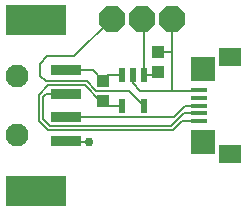
<source format=gtl>
G04 EAGLE Gerber X2 export*
%TF.Part,Single*%
%TF.FileFunction,Copper,L1,Top,Mixed*%
%TF.FilePolarity,Positive*%
%TF.GenerationSoftware,Autodesk,EAGLE,9.0.0*%
%TF.CreationDate,2018-04-29T22:15:43Z*%
G75*
%MOMM*%
%FSLAX34Y34*%
%LPD*%
%AMOC8*
5,1,8,0,0,1.08239X$1,22.5*%
G01*
%ADD10R,2.500000X0.900000*%
%ADD11R,5.150000X2.500000*%
%ADD12C,1.950000*%
%ADD13R,0.558800X1.270000*%
%ADD14R,2.000000X2.100000*%
%ADD15R,1.900000X1.600000*%
%ADD16R,1.350000X0.400000*%
%ADD17P,2.336880X8X22.500000*%
%ADD18R,1.100000X1.000000*%
%ADD19C,0.203200*%
%ADD20C,0.756400*%


D10*
X139800Y131600D03*
X139800Y111600D03*
X139800Y91600D03*
X139800Y71600D03*
D11*
X115000Y174100D03*
X115000Y29100D03*
D12*
X99000Y126600D03*
X99000Y76600D03*
D13*
X206248Y127254D03*
X196850Y127254D03*
X187452Y127254D03*
X187452Y101346D03*
X206248Y101346D03*
D14*
X255900Y70600D03*
X255900Y132600D03*
D15*
X279400Y60600D03*
X279400Y142600D03*
D16*
X252650Y88600D03*
X252650Y95100D03*
X252650Y101600D03*
X252650Y108100D03*
X252650Y114600D03*
D17*
X179070Y175260D03*
X204470Y175260D03*
X229870Y175260D03*
D18*
X171450Y105800D03*
X171450Y122800D03*
X218440Y146930D03*
X218440Y129930D03*
D19*
X193294Y114300D02*
X206248Y101346D01*
X165579Y114300D02*
X157683Y122196D01*
X165579Y114300D02*
X193294Y114300D01*
X147320Y143510D02*
X179070Y175260D01*
X147320Y143510D02*
X124460Y143510D01*
X118110Y137160D01*
X122914Y122196D02*
X157683Y122196D01*
X122914Y122196D02*
X118110Y127000D01*
X118110Y137160D01*
X239829Y95100D02*
X252650Y95100D01*
X239829Y95100D02*
X229289Y84560D01*
X126248Y84560D02*
X124760Y86048D01*
X124760Y86060D01*
X120650Y90170D01*
X126248Y84560D02*
X229289Y84560D01*
X139800Y111600D02*
X123190Y111600D01*
X123030Y111600D01*
X120650Y109060D02*
X120650Y90170D01*
X120650Y109060D02*
X123190Y111600D01*
X252350Y114300D02*
X252650Y114600D01*
X252350Y114300D02*
X229870Y114300D01*
X203200Y114300D01*
X229870Y147320D02*
X229870Y175260D01*
D20*
X160020Y71120D03*
D19*
X229870Y114300D02*
X229870Y147320D01*
X160020Y71120D02*
X140280Y71120D01*
X139800Y71600D01*
X196850Y120650D02*
X196850Y127254D01*
X196850Y120650D02*
X203200Y114300D01*
X218440Y146930D02*
X229480Y146930D01*
X229870Y147320D01*
X175904Y127254D02*
X171450Y122800D01*
X175904Y127254D02*
X187452Y127254D01*
X171450Y122800D02*
X162650Y131600D01*
X139800Y131600D01*
X241300Y101600D02*
X252650Y101600D01*
X231300Y91600D02*
X139800Y91600D01*
X231300Y91600D02*
X241300Y101600D01*
X187452Y101346D02*
X175904Y101346D01*
X171450Y105800D01*
X238358Y88600D02*
X252650Y88600D01*
X238358Y88600D02*
X230762Y81004D01*
X124775Y81004D02*
X117094Y88685D01*
X117094Y110693D01*
X124775Y81004D02*
X230762Y81004D01*
X156210Y118640D02*
X125041Y118640D01*
X117094Y110693D01*
X169050Y105800D02*
X171450Y105800D01*
X169050Y105800D02*
X156210Y118640D01*
X206248Y127254D02*
X215764Y127254D01*
X218440Y129930D01*
X206248Y127254D02*
X206248Y173482D01*
X204470Y175260D01*
M02*

</source>
